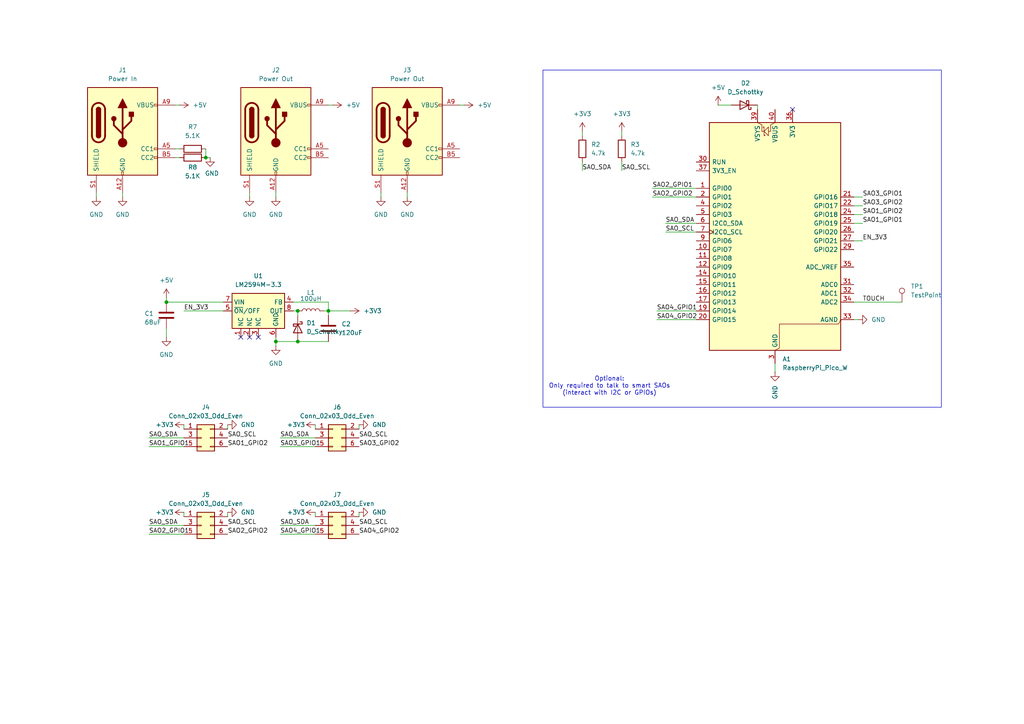
<source format=kicad_sch>
(kicad_sch (version 20250114) (generator "eeschema") (generator_version "9.0")
  (paper "A4")
  (lib_symbols
    (symbol "Connector:TestPoint" (pin_numbers (hide yes)) (pin_names (offset 0.762) (hide yes))
      (property "Reference" "TP" (at 0 6.858 0))
      (property "Value" "TestPoint" (at 0 5.08 0))
      (symbol "TestPoint_0_1"
        (circle (center 0 3.302) (radius 0.762))
      )
      (symbol "TestPoint_1_1"
        (pin passive line (at 0 0 90) (length 2.54) (name "1") (number "1"))
      )
    )
    (symbol "Connector:USB_C_Receptacle_PowerOnly_6P" (pin_names (offset 1.016))
      (property "Reference" "J" (at 0 16.51 0))
      (property "Value" "USB_C_Receptacle_PowerOnly_6P" (at 0 13.97 0))
      (symbol "USB_C_Receptacle_PowerOnly_6P_0_0"
        (rectangle (start -0.254 -12.7) (end 0.254 -11.684))
        (rectangle (start 10.16 7.874) (end 9.144 7.366))
        (rectangle (start 10.16 -4.826) (end 9.144 -5.334))
        (rectangle (start 10.16 -7.366) (end 9.144 -7.874))
      )
      (symbol "USB_C_Receptacle_PowerOnly_6P_0_1"
        (rectangle (start -10.16 12.7) (end 10.16 -12.7) (stroke (width 0.254)) (fill (type background)))
        (polyline (pts (xy -8.89 -1.27) (xy -8.89 6.35)) (stroke (width 0.508)))
        (rectangle (start -7.62 -1.27) (end -6.35 6.35) (stroke (width 0.254)) (fill (type outline)))
        (arc (start -7.62 6.35) (mid -6.985 6.9823) (end -6.35 6.35) (stroke (width 0.254)))
        (arc (start -7.62 6.35) (mid -6.985 6.9823) (end -6.35 6.35) (stroke (width 0.254)) (fill (type outline)))
        (arc (start -8.89 6.35) (mid -6.985 8.2467) (end -5.08 6.35) (stroke (width 0.508)))
        (arc (start -5.08 -1.27) (mid -6.985 -3.1667) (end -8.89 -1.27) (stroke (width 0.508)))
        (arc (start -6.35 -1.27) (mid -6.985 -1.9023) (end -7.62 -1.27) (stroke (width 0.254)))
        (arc (start -6.35 -1.27) (mid -6.985 -1.9023) (end -7.62 -1.27) (stroke (width 0.254)) (fill (type outline)))
        (polyline (pts (xy -5.08 6.35) (xy -5.08 -1.27)) (stroke (width 0.508)))
        (circle (center -2.54 3.683) (radius 0.635) (stroke (width 0.254)) (fill (type outline)))
        (polyline (pts (xy -1.27 6.858) (xy 0 9.398) (xy 1.27 6.858) (xy -1.27 6.858)) (stroke (width 0.254)) (fill (type outline)))
        (polyline (pts (xy 0 0.508) (xy 2.54 3.048) (xy 2.54 4.318)) (stroke (width 0.508)))
        (polyline (pts (xy 0 -0.762) (xy -2.54 1.778) (xy -2.54 3.048)) (stroke (width 0.508)))
        (polyline (pts (xy 0 -3.302) (xy 0 6.858)) (stroke (width 0.508)))
        (circle (center 0 -3.302) (radius 1.27) (fill (type outline)))
        (rectangle (start 1.905 4.318) (end 3.175 5.588) (stroke (width 0.254)) (fill (type outline)))
      )
      (symbol "USB_C_Receptacle_PowerOnly_6P_1_1"
        (pin passive line (at -7.62 -17.78 90) (length 5.08) (name "SHIELD") (number "S1"))
        (pin passive line (at 0 -17.78 90) (length 5.08) (name "GND") (number "A12"))
        (pin passive line (at 0 -17.78 90) (length 5.08) (hide yes) (name "GND") (number "B12"))
        (pin passive line (at 15.24 7.62 180) (length 5.08) (name "VBUS") (number "A9"))
        (pin passive line (at 15.24 7.62 180) (length 5.08) (hide yes) (name "VBUS") (number "B9"))
        (pin bidirectional line (at 15.24 -5.08 180) (length 5.08) (name "CC1") (number "A5"))
        (pin bidirectional line (at 15.24 -7.62 180) (length 5.08) (name "CC2") (number "B5"))
      )
    )
    (symbol "Connector_Generic:Conn_02x03_Odd_Even" (pin_names (offset 1.016) (hide yes))
      (property "Reference" "J" (at 1.27 5.08 0))
      (property "Value" "Conn_02x03_Odd_Even" (at 1.27 -5.08 0))
      (symbol "Conn_02x03_Odd_Even_1_1"
        (rectangle (start -1.27 3.81) (end 3.81 -3.81) (stroke (width 0.254)) (fill (type background)))
        (rectangle (start -1.27 2.667) (end 0 2.413) (stroke (width 0.1524)))
        (rectangle (start -1.27 0.127) (end 0 -0.127) (stroke (width 0.1524)))
        (rectangle (start -1.27 -2.413) (end 0 -2.667) (stroke (width 0.1524)))
        (rectangle (start 3.81 2.667) (end 2.54 2.413) (stroke (width 0.1524)))
        (rectangle (start 3.81 0.127) (end 2.54 -0.127) (stroke (width 0.1524)))
        (rectangle (start 3.81 -2.413) (end 2.54 -2.667) (stroke (width 0.1524)))
        (pin passive line (at -5.08 2.54 0) (length 3.81) (name "Pin_1") (number "1"))
        (pin passive line (at -5.08 0 0) (length 3.81) (name "Pin_3") (number "3"))
        (pin passive line (at -5.08 -2.54 0) (length 3.81) (name "Pin_5") (number "5"))
        (pin passive line (at 7.62 2.54 180) (length 3.81) (name "Pin_2") (number "2"))
        (pin passive line (at 7.62 0 180) (length 3.81) (name "Pin_4") (number "4"))
        (pin passive line (at 7.62 -2.54 180) (length 3.81) (name "Pin_6") (number "6"))
      )
    )
    (symbol "Device:C" (pin_numbers (hide yes)) (pin_names (offset 0.254))
      (property "Reference" "C" (at 0.635 2.54 0))
      (property "Value" "C" (at 0.635 -2.54 0))
      (symbol "C_0_1"
        (polyline (pts (xy -2.032 0.762) (xy 2.032 0.762)) (stroke (width 0.508)))
        (polyline (pts (xy -2.032 -0.762) (xy 2.032 -0.762)) (stroke (width 0.508)))
      )
      (symbol "C_1_1"
        (pin passive line (at 0 3.81 270) (length 2.794) (name "~") (number "1"))
        (pin passive line (at 0 -3.81 90) (length 2.794) (name "~") (number "2"))
      )
    )
    (symbol "Device:D_Schottky" (pin_numbers (hide yes)) (pin_names (offset 1.016) (hide yes))
      (property "Reference" "D" (at 0 2.54 0))
      (property "Value" "D_Schottky" (at 0 -2.54 0))
      (symbol "D_Schottky_0_1"
        (polyline (pts (xy -1.905 0.635) (xy -1.905 1.27) (xy -1.27 1.27) (xy -1.27 -1.27) (xy -0.635 -1.27) (xy -0.635 -0.635)) (stroke (width 0.254)))
        (polyline (pts (xy 1.27 1.27) (xy 1.27 -1.27) (xy -1.27 0) (xy 1.27 1.27)) (stroke (width 0.254)))
        (polyline (pts (xy 1.27 0) (xy -1.27 0)))
      )
      (symbol "D_Schottky_1_1"
        (pin passive line (at -3.81 0 0) (length 2.54) (name "K") (number "1"))
        (pin passive line (at 3.81 0 180) (length 2.54) (name "A") (number "2"))
      )
    )
    (symbol "Device:L" (pin_numbers (hide yes)) (pin_names (offset 1.016) (hide yes))
      (property "Reference" "L" (at -1.27 0 90))
      (property "Value" "L" (at 1.905 0 90))
      (symbol "L_0_1"
        (arc (start 0 2.54) (mid 0.6323 1.905) (end 0 1.27))
        (arc (start 0 1.27) (mid 0.6323 0.635) (end 0 0))
        (arc (start 0 0) (mid 0.6323 -0.635) (end 0 -1.27))
        (arc (start 0 -1.27) (mid 0.6323 -1.905) (end 0 -2.54))
      )
      (symbol "L_1_1"
        (pin passive line (at 0 3.81 270) (length 1.27) (name "1") (number "1"))
        (pin passive line (at 0 -3.81 90) (length 1.27) (name "2") (number "2"))
      )
    )
    (symbol "Device:R" (pin_numbers (hide yes)) (pin_names (offset 0))
      (property "Reference" "R" (at 2.032 0 90))
      (property "Value" "R" (at 0 0 90))
      (symbol "R_0_1"
        (rectangle (start -1.016 -2.54) (end 1.016 2.54) (stroke (width 0.254)))
      )
      (symbol "R_1_1"
        (pin passive line (at 0 3.81 270) (length 1.27) (name "~") (number "1"))
        (pin passive line (at 0 -3.81 90) (length 1.27) (name "~") (number "2"))
      )
    )
    (symbol "MCU_Module:RaspberryPi_Pico_W" (pin_names (offset 0.762))
      (property "Reference" "A" (at -19.05 35.56 0))
      (property "Value" "RaspberryPi_Pico_W" (at 7.62 35.56 0))
      (symbol "RaspberryPi_Pico_W_0_1"
        (rectangle (start -19.05 34.29) (end 19.05 -31.75) (stroke (width 0.254)) (fill (type background)))
        (polyline (pts (xy -5.08 34.29) (xy -3.81 33.655) (xy -3.81 31.75) (xy -3.175 31.75)))
        (polyline (pts (xy -3.429 32.766) (xy -3.429 33.02) (xy -3.175 33.02) (xy -3.175 30.48) (xy -2.921 30.48) (xy -2.921 30.734)))
        (polyline (pts (xy -3.175 31.75) (xy -1.905 33.02) (xy -1.905 30.48) (xy -3.175 31.75)))
        (polyline (pts (xy 0 34.29) (xy -1.27 33.655) (xy -1.27 31.75) (xy -1.905 31.75)))
        (polyline (pts (xy 0 -31.75) (xy 1.27 -31.115) (xy 1.27 -24.13) (xy 18.415 -24.13) (xy 19.05 -22.86)))
      )
      (symbol "RaspberryPi_Pico_W_1_1"
        (pin passive line (at -22.86 22.86 0) (length 3.81) (name "RUN") (number "30"))
        (pin passive line (at -22.86 20.32 0) (length 3.81) (name "3V3_EN") (number "37"))
        (pin bidirectional line (at -22.86 15.24 0) (length 3.81) (name "GPIO0") (number "1") (alternate "" input line) (alternate "I2C0_SDA" bidirectional line))
        (pin bidirectional line (at -22.86 12.7 0) (length 3.81) (name "GPIO1") (number "2") (alternate "" input line) (alternate "I2C0_SCL" bidirectional clock))
        (pin bidirectional line (at -22.86 10.16 0) (length 3.81) (name "GPIO2") (number "4"))
        (pin bidirectional line (at -22.86 7.62 0) (length 3.81) (name "GPIO3") (number "5"))
        (pin bidirectional line (at -22.86 5.08 0) (length 3.81) (name "GPIO4") (number "6") (alternate "I2C0_SDA" bidirectional line))
        (pin bidirectional line (at -22.86 2.54 0) (length 3.81) (name "GPIO5") (number "7") (alternate "I2C0_SCL" bidirectional clock))
        (pin bidirectional line (at -22.86 0 0) (length 3.81) (name "GPIO6") (number "9"))
        (pin bidirectional line (at -22.86 -2.54 0) (length 3.81) (name "GPIO7") (number "10"))
        (pin bidirectional line (at -22.86 -5.08 0) (length 3.81) (name "GPIO8") (number "11") (alternate "I2C0_SDA" bidirectional line))
        (pin bidirectional line (at -22.86 -7.62 0) (length 3.81) (name "GPIO9") (number "12") (alternate "I2C0_SCL" bidirectional clock))
        (pin bidirectional line (at -22.86 -10.16 0) (length 3.81) (name "GPIO10") (number "14"))
        (pin bidirectional line (at -22.86 -12.7 0) (length 3.81) (name "GPIO11") (number "15"))
        (pin bidirectional line (at -22.86 -15.24 0) (length 3.81) (name "GPIO12") (number "16") (alternate "I2C0_SDA" bidirectional line))
        (pin bidirectional line (at -22.86 -17.78 0) (length 3.81) (name "GPIO13") (number "17") (alternate "I2C0_SCL" bidirectional clock))
        (pin bidirectional line (at -22.86 -20.32 0) (length 3.81) (name "GPIO14") (number "19"))
        (pin bidirectional line (at -22.86 -22.86 0) (length 3.81) (name "GPIO15") (number "20"))
        (pin power_in line (at -5.08 38.1 270) (length 3.81) (name "VSYS") (number "39"))
        (pin power_out line (at 0 38.1 270) (length 3.81) (name "VBUS") (number "40"))
        (pin passive line (at 0 -35.56 90) (length 3.81) (hide yes) (name "GND") (number "13"))
        (pin passive line (at 0 -35.56 90) (length 3.81) (hide yes) (name "GND") (number "18"))
        (pin passive line (at 0 -35.56 90) (length 3.81) (hide yes) (name "GND") (number "23"))
        (pin passive line (at 0 -35.56 90) (length 3.81) (hide yes) (name "GND") (number "28"))
        (pin power_out line (at 0 -35.56 90) (length 3.81) (name "GND") (number "3"))
        (pin passive line (at 0 -35.56 90) (length 3.81) (hide yes) (name "GND") (number "38"))
        (pin passive line (at 0 -35.56 90) (length 3.81) (hide yes) (name "GND") (number "8"))
        (pin power_out line (at 5.08 38.1 270) (length 3.81) (name "3V3") (number "36"))
        (pin bidirectional line (at 22.86 12.7 180) (length 3.81) (name "GPIO16") (number "21") (alternate "I2C0_SDA" bidirectional line))
        (pin bidirectional line (at 22.86 10.16 180) (length 3.81) (name "GPIO17") (number "22") (alternate "I2C0_SCL" bidirectional clock))
        (pin bidirectional line (at 22.86 7.62 180) (length 3.81) (name "GPIO18") (number "24"))
        (pin bidirectional line (at 22.86 5.08 180) (length 3.81) (name "GPIO19") (number "25"))
        (pin bidirectional line (at 22.86 2.54 180) (length 3.81) (name "GPIO20") (number "26") (alternate "I2C0_SDA" bidirectional line))
        (pin bidirectional line (at 22.86 0 180) (length 3.81) (name "GPIO21") (number "27") (alternate "I2C0_SCL" bidirectional clock))
        (pin bidirectional line (at 22.86 -2.54 180) (length 3.81) (name "GPIO22") (number "29"))
        (pin power_in line (at 22.86 -7.62 180) (length 3.81) (name "ADC_VREF") (number "35"))
        (pin bidirectional line (at 22.86 -12.7 180) (length 3.81) (name "GPIO26_ADC0") (number "31") (alternate "ADC0" input line))
        (pin bidirectional line (at 22.86 -15.24 180) (length 3.81) (name "GPIO27_ADC1") (number "32") (alternate "ADC1" input line))
        (pin bidirectional line (at 22.86 -17.78 180) (length 3.81) (name "GPIO28_ADC2") (number "34") (alternate "ADC2" input line) (alternate "I2C0_SDA" bidirectional line))
        (pin power_out line (at 22.86 -22.86 180) (length 3.81) (name "AGND") (number "33"))
      )
    )
    (symbol "Regulator_Switching:LM2594M-3.3"
      (property "Reference" "U" (at -7.62 6.35 0))
      (property "Value" "LM2594M-3.3" (at 0 6.35 0))
      (symbol "LM2594M-3.3_0_1"
        (rectangle (start -7.62 5.08) (end 7.62 -5.08) (stroke (width 0.254)) (fill (type background)))
      )
      (symbol "LM2594M-3.3_1_1"
        (pin power_in line (at -10.16 2.54 0) (length 2.54) (name "VIN") (number "7"))
        (pin input line (at -10.16 0 0) (length 2.54) (name "~{ON}/OFF") (number "5"))
        (pin passive line (at -5.08 -7.62 90) (length 2.54) (name "NC") (number "1"))
        (pin passive line (at -2.54 -7.62 90) (length 2.54) (name "NC") (number "2"))
        (pin passive line (at 0 -7.62 90) (length 2.54) (name "NC") (number "3"))
        (pin power_in line (at 5.08 -7.62 90) (length 2.54) (name "GND") (number "6"))
        (pin input line (at 10.16 2.54 180) (length 2.54) (name "FB") (number "4"))
        (pin output line (at 10.16 0 180) (length 2.54) (name "OUT") (number "8"))
      )
    )
    (symbol "power:+3.3V" (power) (pin_numbers (hide yes)) (pin_names (offset 0) (hide yes))
      (property "Value" "+3.3V" (at 0 3.556 0))
      (symbol "+3.3V_0_1"
        (polyline (pts (xy -0.762 1.27) (xy 0 2.54)))
        (polyline (pts (xy 0 2.54) (xy 0.762 1.27)))
        (polyline (pts (xy 0 0) (xy 0 2.54)))
      )
      (symbol "+3.3V_1_1"
        (pin power_in line (at 0 0 90) (length 0) (name "~") (number "1"))
      )
    )
    (symbol "power:+5V" (power) (pin_numbers (hide yes)) (pin_names (offset 0) (hide yes))
      (property "Value" "+5V" (at 0 3.556 0))
      (symbol "+5V_0_1"
        (polyline (pts (xy -0.762 1.27) (xy 0 2.54)))
        (polyline (pts (xy 0 2.54) (xy 0.762 1.27)))
        (polyline (pts (xy 0 0) (xy 0 2.54)))
      )
      (symbol "+5V_1_1"
        (pin power_in line (at 0 0 90) (length 0) (name "~") (number "1"))
      )
    )
    (symbol "power:GND" (power) (pin_numbers (hide yes)) (pin_names (offset 0) (hide yes))
      (property "Value" "GND" (at 0 -3.81 0))
      (symbol "GND_0_1"
        (polyline (pts (xy 0 0) (xy 0 -1.27) (xy 1.27 -1.27) (xy 0 -2.54) (xy -1.27 -1.27) (xy 0 -1.27)))
      )
      (symbol "GND_1_1"
        (pin power_in line (at 0 0 270) (length 0) (name "~") (number "1"))
      )
    )
    (symbol "power:VCC" (power) (pin_numbers (hide yes)) (pin_names (offset 0) (hide yes))
      (property "Value" "VCC" (at 0 3.556 0))
      (symbol "VCC_0_1"
        (polyline (pts (xy -0.762 1.27) (xy 0 2.54)))
        (polyline (pts (xy 0 2.54) (xy 0.762 1.27)))
        (polyline (pts (xy 0 0) (xy 0 2.54)))
      )
      (symbol "VCC_1_1"
        (pin power_in line (at 0 0 90) (length 0) (name "~") (number "1"))
      )
    )
  )
  (rectangle (start 157.48 20.32) (end 273.05 118.11))
  (text "Optional:\nOnly required to talk to smart SAOs\n(interact with I2C or GPIOs)" (at 176.784 112.014 0) (effects (font (size 1.27 1.27))))
  (junction (at 59.69 45.72))
  (junction (at 86.36 99.06))
  (junction (at 86.36 90.17))
  (junction (at 48.26 87.63))
  (junction (at 95.25 90.17))
  (junction (at 80.01 99.06))
  (no_connect (at 74.93 97.79))
  (no_connect (at 69.85 97.79))
  (no_connect (at 229.87 31.75))
  (no_connect (at 72.39 97.79))
  (wire (pts (xy 250.19 57.15) (xy 247.65 57.15)))
  (wire (pts (xy 248.92 92.71) (xy 247.65 92.71)))
  (wire (pts (xy 86.36 99.06) (xy 95.25 99.06)))
  (wire (pts (xy 72.39 57.15) (xy 72.39 55.88)))
  (wire (pts (xy 95.25 87.63) (xy 95.25 90.17)))
  (wire (pts (xy 224.79 107.95) (xy 224.79 105.41)))
  (wire (pts (xy 66.04 123.19) (xy 66.04 124.46)))
  (wire (pts (xy 219.71 30.48) (xy 219.71 31.75)))
  (wire (pts (xy 247.65 62.23) (xy 250.19 62.23)))
  (wire (pts (xy 52.07 45.72) (xy 50.8 45.72)))
  (wire (pts (xy 104.14 148.59) (xy 104.14 149.86)))
  (wire (pts (xy 189.23 57.15) (xy 201.93 57.15)))
  (wire (pts (xy 168.91 38.1) (xy 168.91 39.37)))
  (wire (pts (xy 190.5 90.17) (xy 201.93 90.17)))
  (wire (pts (xy 250.19 69.85) (xy 247.65 69.85)))
  (wire (pts (xy 247.65 64.77) (xy 250.19 64.77)))
  (wire (pts (xy 53.34 123.19) (xy 53.34 124.46)))
  (wire (pts (xy 81.28 152.4) (xy 91.44 152.4)))
  (wire (pts (xy 43.18 127) (xy 53.34 127)))
  (wire (pts (xy 48.26 86.36) (xy 48.26 87.63)))
  (wire (pts (xy 95.25 90.17) (xy 93.98 90.17)))
  (wire (pts (xy 190.5 92.71) (xy 201.93 92.71)))
  (wire (pts (xy 91.44 148.59) (xy 91.44 149.86)))
  (wire (pts (xy 193.04 67.31) (xy 201.93 67.31)))
  (wire (pts (xy 80.01 57.15) (xy 80.01 55.88)))
  (wire (pts (xy 80.01 99.06) (xy 86.36 99.06)))
  (wire (pts (xy 81.28 127) (xy 91.44 127)))
  (wire (pts (xy 43.18 152.4) (xy 53.34 152.4)))
  (wire (pts (xy 95.25 91.44) (xy 95.25 90.17)))
  (wire (pts (xy 27.94 57.15) (xy 27.94 55.88)))
  (wire (pts (xy 118.11 57.15) (xy 118.11 55.88)))
  (wire (pts (xy 168.91 49.53) (xy 168.91 46.99)))
  (wire (pts (xy 250.19 59.69) (xy 247.65 59.69)))
  (wire (pts (xy 208.28 30.48) (xy 212.09 30.48)))
  (wire (pts (xy 48.26 87.63) (xy 64.77 87.63)))
  (wire (pts (xy 35.56 57.15) (xy 35.56 55.88)))
  (wire (pts (xy 43.18 129.54) (xy 53.34 129.54)))
  (wire (pts (xy 81.28 129.54) (xy 91.44 129.54)))
  (wire (pts (xy 60.96 45.72) (xy 59.69 45.72)))
  (wire (pts (xy 134.62 30.48) (xy 133.35 30.48)))
  (wire (pts (xy 85.09 87.63) (xy 95.25 87.63)))
  (wire (pts (xy 59.69 43.18) (xy 59.69 45.72)))
  (wire (pts (xy 104.14 123.19) (xy 104.14 124.46)))
  (wire (pts (xy 53.34 148.59) (xy 53.34 149.86)))
  (wire (pts (xy 110.49 57.15) (xy 110.49 55.88)))
  (wire (pts (xy 80.01 99.06) (xy 80.01 97.79)))
  (wire (pts (xy 91.44 123.19) (xy 91.44 124.46)))
  (wire (pts (xy 180.34 49.53) (xy 180.34 46.99)))
  (wire (pts (xy 52.07 43.18) (xy 50.8 43.18)))
  (wire (pts (xy 81.28 154.94) (xy 91.44 154.94)))
  (wire (pts (xy 80.01 100.33) (xy 80.01 99.06)))
  (wire (pts (xy 86.36 90.17) (xy 86.36 91.44)))
  (wire (pts (xy 48.26 97.79) (xy 48.26 95.25)))
  (wire (pts (xy 96.52 30.48) (xy 95.25 30.48)))
  (wire (pts (xy 86.36 90.17) (xy 85.09 90.17)))
  (wire (pts (xy 43.18 154.94) (xy 53.34 154.94)))
  (wire (pts (xy 193.04 64.77) (xy 201.93 64.77)))
  (wire (pts (xy 52.07 30.48) (xy 50.8 30.48)))
  (wire (pts (xy 180.34 38.1) (xy 180.34 39.37)))
  (wire (pts (xy 53.34 90.17) (xy 64.77 90.17)))
  (wire (pts (xy 66.04 148.59) (xy 66.04 149.86)))
  (wire (pts (xy 189.23 54.61) (xy 201.93 54.61)))
  (wire (pts (xy 101.6 90.17) (xy 95.25 90.17)))
  (wire (pts (xy 247.65 87.63) (xy 261.62 87.63)))
  (label "SAO2_GPIO1" (at 43.18 154.94 0))
  (label "TOUCH" (at 250.19 87.63 0))
  (label "SAO_SCL" (at 104.14 127 0))
  (label "SAO2_GPIO2" (at 66.04 154.94 0))
  (label "SAO_SCL" (at 180.34 49.53 0))
  (label "SAO_SDA" (at 43.18 127 0))
  (label "SAO_SCL" (at 104.14 152.4 0))
  (label "SAO_SDA" (at 81.28 152.4 0))
  (label "SAO4_GPIO2" (at 190.5 92.71 0))
  (label "SAO_SDA" (at 43.18 152.4 0))
  (label "SAO1_GPIO2" (at 250.19 62.23 0))
  (label "SAO3_GPIO2" (at 250.19 59.69 0))
  (label "SAO2_GPIO1" (at 189.23 54.61 0))
  (label "SAO3_GPIO2" (at 104.14 129.54 0))
  (label "SAO_SDA" (at 81.28 127 0))
  (label "SAO_SCL" (at 66.04 152.4 0))
  (label "SAO4_GPIO1" (at 190.5 90.17 0))
  (label "SAO1_GPIO1" (at 250.19 64.77 0))
  (label "SAO1_GPIO2" (at 66.04 129.54 0))
  (label "SAO3_GPIO1" (at 250.19 57.15 0))
  (label "SAO2_GPIO2" (at 189.23 57.15 0))
  (label "EN_3V3" (at 53.34 90.17 0))
  (label "SAO_SDA" (at 168.91 49.53 0))
  (label "SAO_SCL" (at 193.04 67.31 0))
  (label "SAO3_GPIO1" (at 81.28 129.54 0))
  (label "SAO1_GPIO1" (at 43.18 129.54 0))
  (label "SAO_SDA" (at 193.04 64.77 0))
  (label "SAO4_GPIO2" (at 104.14 154.94 0))
  (label "SAO_SCL" (at 66.04 127 0))
  (label "SAO4_GPIO1" (at 81.28 154.94 0))
  (label "EN_3V3" (at 250.19 69.85 0))
  (symbol (lib_id "Connector:USB_C_Receptacle_PowerOnly_6P") (at 118.11 38.1 0) (unit 1)
    (property "Reference" "J3" (at 118.11 20.32 0))
    (property "Value" "Power Out" (at 118.11 22.86 0))
    (property "Footprint" "Connector_USB:USB_C_Receptacle_GCT_USB4125-xx-x_6P_TopMnt_Horizontal" (effects (hide yes)))
    (property "Datasheet" "https://www.usb.org/sites/default/files/documents/usb_type-c.zip" (effects (hide yes)))
    (property "Description" "USB Power-Only 6P Type-C Receptacle connector" (effects (hide yes)))
  )
  (symbol (lib_id "Device:R") (at 55.88 45.72 270) (unit 1)
    (property "Reference" "R8" (at 55.88 48.514 90))
    (property "Value" "5.1K" (at 55.88 51.054 90))
    (property "Footprint" "Resistor_SMD:R_0805_2012Metric_Pad1.20x1.40mm_HandSolder" (effects (hide yes)))
    (property "Description" "Resistor" (effects (hide yes)))
  )
  (symbol (lib_id "power:+5V") (at 208.28 30.48 0) (unit 1)
    (property "Reference" "#PWR037" (effects (hide yes)))
    (property "Value" "+5V" (at 208.28 25.4 0))
    (property "Description" "Power symbol creates a global label with name \"+5V\"" (effects (hide yes)))
  )
  (symbol (lib_id "power:GND") (at 35.56 57.15 0) (unit 1)
    (property "Reference" "#PWR030" (effects (hide yes)))
    (property "Value" "GND" (at 35.56 62.23 0))
    (property "Description" "Power symbol creates a global label with name \"GND\" , ground" (effects (hide yes)))
  )
  (symbol (lib_id "Connector:TestPoint") (at 261.62 87.63 0) (unit 1)
    (property "Reference" "TP1" (at 264.16 83.0579 0) (effects (justify left)))
    (property "Value" "TestPoint" (at 264.16 85.5979 0) (effects (justify left)))
    (property "Footprint" "TestPoint:TestPoint_Pad_D4.0mm" (effects (hide yes)))
    (property "Description" "test point" (effects (hide yes)))
  )
  (symbol (lib_id "power:GND") (at 80.01 100.33 0) (unit 1)
    (property "Reference" "#PWR023" (effects (hide yes)))
    (property "Value" "GND" (at 80.01 105.41 0))
    (property "Description" "Power symbol creates a global label with name \"GND\" , ground" (effects (hide yes)))
  )
  (symbol (lib_id "Device:R") (at 180.34 43.18 0) (unit 1)
    (property "Reference" "R3" (at 182.88 41.9099 0) (effects (justify left)))
    (property "Value" "4.7k" (at 182.88 44.4499 0) (effects (justify left)))
    (property "Footprint" "Resistor_SMD:R_0805_2012Metric_Pad1.20x1.40mm_HandSolder" (effects (hide yes)))
    (property "Description" "Resistor" (effects (hide yes)))
  )
  (symbol (lib_id "power:+5V") (at 134.62 30.48 270) (unit 1)
    (property "Reference" "#PWR029" (effects (hide yes)))
    (property "Value" "+5V" (at 138.43 30.4799 90) (effects (justify left)))
    (property "Description" "Power symbol creates a global label with name \"+5V\"" (effects (hide yes)))
  )
  (symbol (lib_id "power:VCC") (at 101.6 90.17 270) (unit 1)
    (property "Reference" "#PWR025" (effects (hide yes)))
    (property "Value" "+3V3" (at 105.41 90.1699 90) (effects (justify left)))
    (property "Description" "Power symbol creates a global label with name \"VCC\"" (effects (hide yes)))
  )
  (symbol (lib_id "power:GND") (at 66.04 123.19 90) (unit 1)
    (property "Reference" "#PWR03" (effects (hide yes)))
    (property "Value" "GND" (at 69.85 123.1901 90) (effects (justify right)))
    (property "Description" "Power symbol creates a global label with name \"GND\" , ground" (effects (hide yes)))
  )
  (symbol (lib_id "power:+5V") (at 52.07 30.48 270) (unit 1)
    (property "Reference" "#PWR020" (effects (hide yes)))
    (property "Value" "+5V" (at 55.88 30.4799 90) (effects (justify left)))
    (property "Description" "Power symbol creates a global label with name \"+5V\"" (effects (hide yes)))
  )
  (symbol (lib_id "Connector_Generic:Conn_02x03_Odd_Even") (at 96.52 152.4 0) (unit 1)
    (property "Reference" "J7" (at 97.79 143.51 0))
    (property "Value" "Conn_02x03_Odd_Even" (at 97.79 146.05 0))
    (property "Footprint" "Connector_PinSocket_2.54mm:PinSocket_2x03_P2.54mm_Vertical" (effects (hide yes)))
    (property "Description" "Generic connector, double row, 02x03, odd/even pin numbering scheme (row 1 odd numbers, row 2 even numbers), script generated (kicad-library-utils/schlib/autogen/connector/)" (effects (hide yes)))
  )
  (symbol (lib_id "Device:C") (at 48.26 91.44 0) (unit 1)
    (property "Reference" "C1" (at 41.91 90.932 0) (effects (justify left)))
    (property "Value" "68uF" (at 41.91 93.472 0) (effects (justify left)))
    (property "Footprint" "Capacitor_SMD:C_0805_2012Metric_Pad1.18x1.45mm_HandSolder" (effects (hide yes)))
    (property "Description" "Unpolarized capacitor" (effects (hide yes)))
  )
  (symbol (lib_id "Connector_Generic:Conn_02x03_Odd_Even") (at 58.42 152.4 0) (unit 1)
    (property "Reference" "J5" (at 59.69 143.51 0))
    (property "Value" "Conn_02x03_Odd_Even" (at 59.69 146.05 0))
    (property "Footprint" "Connector_PinSocket_2.54mm:PinSocket_2x03_P2.54mm_Vertical" (effects (hide yes)))
    (property "Description" "Generic connector, double row, 02x03, odd/even pin numbering scheme (row 1 odd numbers, row 2 even numbers), script generated (kicad-library-utils/schlib/autogen/connector/)" (effects (hide yes)))
  )
  (symbol (lib_id "power:GND") (at 66.04 148.59 90) (unit 1)
    (property "Reference" "#PWR04" (effects (hide yes)))
    (property "Value" "GND" (at 69.85 148.5901 90) (effects (justify right)))
    (property "Description" "Power symbol creates a global label with name \"GND\" , ground" (effects (hide yes)))
  )
  (symbol (lib_id "Device:R") (at 168.91 43.18 0) (unit 1)
    (property "Reference" "R2" (at 171.45 41.9099 0) (effects (justify left)))
    (property "Value" "4.7k" (at 171.45 44.4499 0) (effects (justify left)))
    (property "Footprint" "Resistor_SMD:R_0805_2012Metric_Pad1.20x1.40mm_HandSolder" (effects (hide yes)))
    (property "Description" "Resistor" (effects (hide yes)))
  )
  (symbol (lib_id "power:VCC") (at 91.44 148.59 90) (unit 1)
    (property "Reference" "#PWR06" (effects (hide yes)))
    (property "Value" "+3V3" (at 85.852 148.59 90))
    (property "Description" "Power symbol creates a global label with name \"VCC\"" (effects (hide yes)))
  )
  (symbol (lib_id "power:GND") (at 80.01 57.15 0) (unit 1)
    (property "Reference" "#PWR031" (effects (hide yes)))
    (property "Value" "GND" (at 80.01 62.23 0))
    (property "Description" "Power symbol creates a global label with name \"GND\" , ground" (effects (hide yes)))
  )
  (symbol (lib_id "Connector_Generic:Conn_02x03_Odd_Even") (at 58.42 127 0) (unit 1)
    (property "Reference" "J4" (at 59.69 118.11 0))
    (property "Value" "Conn_02x03_Odd_Even" (at 59.69 120.65 0))
    (property "Footprint" "Connector_PinSocket_2.54mm:PinSocket_2x03_P2.54mm_Vertical" (effects (hide yes)))
    (property "Description" "Generic connector, double row, 02x03, odd/even pin numbering scheme (row 1 odd numbers, row 2 even numbers), script generated (kicad-library-utils/schlib/autogen/connector/)" (effects (hide yes)))
  )
  (symbol (lib_id "power:GND") (at 104.14 123.19 90) (unit 1)
    (property "Reference" "#PWR07" (effects (hide yes)))
    (property "Value" "GND" (at 107.95 123.1899 90) (effects (justify right)))
    (property "Description" "Power symbol creates a global label with name \"GND\" , ground" (effects (hide yes)))
  )
  (symbol (lib_id "Connector:USB_C_Receptacle_PowerOnly_6P") (at 80.01 38.1 0) (unit 1)
    (property "Reference" "J2" (at 80.01 20.32 0))
    (property "Value" "Power Out" (at 80.01 22.86 0))
    (property "Footprint" "Connector_USB:USB_C_Receptacle_GCT_USB4125-xx-x_6P_TopMnt_Horizontal" (effects (hide yes)))
    (property "Datasheet" "https://www.usb.org/sites/default/files/documents/usb_type-c.zip" (effects (hide yes)))
    (property "Description" "USB Power-Only 6P Type-C Receptacle connector" (effects (hide yes)))
  )
  (symbol (lib_id "Connector_Generic:Conn_02x03_Odd_Even") (at 96.52 127 0) (unit 1)
    (property "Reference" "J6" (at 97.79 118.11 0))
    (property "Value" "Conn_02x03_Odd_Even" (at 97.79 120.65 0))
    (property "Footprint" "Connector_PinSocket_2.54mm:PinSocket_2x03_P2.54mm_Vertical" (effects (hide yes)))
    (property "Description" "Generic connector, double row, 02x03, odd/even pin numbering scheme (row 1 odd numbers, row 2 even numbers), script generated (kicad-library-utils/schlib/autogen/connector/)" (effects (hide yes)))
  )
  (symbol (lib_id "power:GND") (at 118.11 57.15 0) (unit 1)
    (property "Reference" "#PWR032" (effects (hide yes)))
    (property "Value" "GND" (at 118.11 62.23 0))
    (property "Description" "Power symbol creates a global label with name \"GND\" , ground" (effects (hide yes)))
  )
  (symbol (lib_id "power:GND") (at 60.96 45.72 0) (unit 1)
    (property "Reference" "#PWR036" (effects (hide yes)))
    (property "Value" "GND" (at 61.468 50.292 0))
    (property "Description" "Power symbol creates a global label with name \"GND\" , ground" (effects (hide yes)))
  )
  (symbol (lib_id "power:GND") (at 110.49 57.15 0) (unit 1)
    (property "Reference" "#PWR035" (effects (hide yes)))
    (property "Value" "GND" (at 110.49 62.23 0))
    (property "Description" "Power symbol creates a global label with name \"GND\" , ground" (effects (hide yes)))
  )
  (symbol (lib_id "power:GND") (at 224.79 107.95 0) (unit 1)
    (property "Reference" "#PWR015" (effects (hide yes)))
    (property "Value" "GND" (at 224.7899 111.76 90) (effects (justify right)))
    (property "Description" "Power symbol creates a global label with name \"GND\" , ground" (effects (hide yes)))
  )
  (symbol (lib_id "Device:L") (at 90.17 90.17 90) (unit 1)
    (property "Reference" "L1" (at 90.17 84.836 90))
    (property "Value" "100uH" (at 90.17 86.614 90))
    (property "Footprint" "Inductor_SMD:L_0805_2012Metric_Pad1.05x1.20mm_HandSolder" (effects (hide yes)))
    (property "Description" "Inductor" (effects (hide yes)))
  )
  (symbol (lib_id "power:GND") (at 104.14 148.59 90) (unit 1)
    (property "Reference" "#PWR08" (effects (hide yes)))
    (property "Value" "GND" (at 107.95 148.5899 90) (effects (justify right)))
    (property "Description" "Power symbol creates a global label with name \"GND\" , ground" (effects (hide yes)))
  )
  (symbol (lib_id "power:+5V") (at 96.52 30.48 270) (unit 1)
    (property "Reference" "#PWR026" (effects (hide yes)))
    (property "Value" "+5V" (at 100.33 30.4799 90) (effects (justify left)))
    (property "Description" "Power symbol creates a global label with name \"+5V\"" (effects (hide yes)))
  )
  (symbol (lib_id "power:GND") (at 27.94 57.15 0) (unit 1)
    (property "Reference" "#PWR033" (effects (hide yes)))
    (property "Value" "GND" (at 27.94 62.23 0))
    (property "Description" "Power symbol creates a global label with name \"GND\" , ground" (effects (hide yes)))
  )
  (symbol (lib_id "power:GND") (at 72.39 57.15 0) (unit 1)
    (property "Reference" "#PWR034" (effects (hide yes)))
    (property "Value" "GND" (at 72.39 62.23 0))
    (property "Description" "Power symbol creates a global label with name \"GND\" , ground" (effects (hide yes)))
  )
  (symbol (lib_id "Device:D_Schottky") (at 215.9 30.48 180) (unit 1)
    (property "Reference" "D2" (at 216.2175 24.13 0))
    (property "Value" "D_Schottky" (at 216.2175 26.67 0))
    (property "Footprint" "Diode_SMD:D_0805_2012Metric_Pad1.15x1.40mm_HandSolder" (effects (hide yes)))
    (property "Description" "Schottky diode" (effects (hide yes)))
  )
  (symbol (lib_id "power:VCC") (at 91.44 123.19 90) (unit 1)
    (property "Reference" "#PWR05" (effects (hide yes)))
    (property "Value" "+3V3" (at 85.852 123.19 90))
    (property "Description" "Power symbol creates a global label with name \"VCC\"" (effects (hide yes)))
  )
  (symbol (lib_id "Device:R") (at 55.88 43.18 270) (unit 1)
    (property "Reference" "R7" (at 55.88 36.83 90))
    (property "Value" "5.1K" (at 55.88 39.37 90))
    (property "Footprint" "Resistor_SMD:R_0805_2012Metric_Pad1.20x1.40mm_HandSolder" (effects (hide yes)))
    (property "Description" "Resistor" (effects (hide yes)))
  )
  (symbol (lib_id "power:VCC") (at 53.34 148.59 90) (unit 1)
    (property "Reference" "#PWR02" (effects (hide yes)))
    (property "Value" "+3V3" (at 47.752 148.59 90))
    (property "Description" "Power symbol creates a global label with name \"VCC\"" (effects (hide yes)))
  )
  (symbol (lib_id "power:GND") (at 248.92 92.71 90) (unit 1)
    (property "Reference" "#PWR016" (effects (hide yes)))
    (property "Value" "GND" (at 252.73 92.7101 90) (effects (justify right)))
    (property "Description" "Power symbol creates a global label with name \"GND\" , ground" (effects (hide yes)))
  )
  (symbol (lib_id "power:+5V") (at 48.26 86.36 0) (unit 1)
    (property "Reference" "#PWR013" (effects (hide yes)))
    (property "Value" "+5V" (at 48.26 81.28 0))
    (property "Description" "Power symbol creates a global label with name \"+5V\"" (effects (hide yes)))
  )
  (symbol (lib_id "power:GND") (at 48.26 97.79 0) (unit 1)
    (property "Reference" "#PWR014" (effects (hide yes)))
    (property "Value" "GND" (at 48.26 102.87 0))
    (property "Description" "Power symbol creates a global label with name \"GND\" , ground" (effects (hide yes)))
  )
  (symbol (lib_id "power:+3.3V") (at 180.34 38.1 0) (unit 1)
    (property "Reference" "#PWR018" (effects (hide yes)))
    (property "Value" "+3V3" (at 180.34 33.02 0))
    (property "Description" "Power symbol creates a global label with name \"+3.3V\"" (effects (hide yes)))
  )
  (symbol (lib_id "Device:C") (at 95.25 95.25 0) (unit 1)
    (property "Reference" "C2" (at 99.06 93.9799 0) (effects (justify left)))
    (property "Value" "120uF" (at 99.06 96.5199 0) (effects (justify left)))
    (property "Footprint" "Capacitor_SMD:C_0805_2012Metric_Pad1.18x1.45mm_HandSolder" (effects (hide yes)))
    (property "Description" "Unpolarized capacitor" (effects (hide yes)))
  )
  (symbol (lib_id "power:VCC") (at 53.34 123.19 90) (unit 1)
    (property "Reference" "#PWR01" (effects (hide yes)))
    (property "Value" "+3V3" (at 47.752 123.19 90))
    (property "Description" "Power symbol creates a global label with name \"VCC\"" (effects (hide yes)))
  )
  (symbol (lib_id "power:+3.3V") (at 168.91 38.1 0) (unit 1)
    (property "Reference" "#PWR017" (effects (hide yes)))
    (property "Value" "+3V3" (at 168.91 33.02 0))
    (property "Description" "Power symbol creates a global label with name \"+3.3V\"" (effects (hide yes)))
  )
  (symbol (lib_id "Connector:USB_C_Receptacle_PowerOnly_6P") (at 35.56 38.1 0) (unit 1)
    (property "Reference" "J1" (at 35.56 20.32 0))
    (property "Value" "Power In" (at 35.56 22.86 0))
    (property "Footprint" "Connector_USB:USB_C_Receptacle_GCT_USB4125-xx-x_6P_TopMnt_Horizontal" (effects (hide yes)))
    (property "Datasheet" "https://www.usb.org/sites/default/files/documents/usb_type-c.zip" (effects (hide yes)))
    (property "Description" "USB Power-Only 6P Type-C Receptacle connector" (effects (hide yes)))
  )
  (symbol (lib_id "MCU_Module:RaspberryPi_Pico_W") (at 224.79 69.85 0) (unit 1)
    (property "Reference" "A1" (at 226.9333 104.14 0) (effects (justify left)))
    (property "Value" "RaspberryPi_Pico_W" (at 226.9333 106.68 0) (effects (justify left)))
    (property "Footprint" "Module:RaspberryPi_Pico_W_SMD_HandSolder" (effects (hide yes)))
    (property "Datasheet" "https://datasheets.raspberrypi.com/picow/pico-w-datasheet.pdf" (effects (hide yes)))
    (property "Description" "Versatile and inexpensive wireless microcontroller module powered by RP2040 dual-core Arm Cortex-M0+ processor up to 133 MHz, 264kB SRAM, 2MB QSPI flash, Infineon CYW43439 2.4GHz 802.11n wireless LAN; also supports Raspberry Pi Pico 2 W" (effects (hide yes)))
    (pin "6" (alternate "I2C0_SDA"))
    (pin "1" (alternate "GPIO0"))
    (pin "2" (alternate "GPIO1"))
    (pin "7" (alternate "I2C0_SCL"))
    (pin "34" (alternate "ADC2"))
    (pin "32" (alternate "ADC1"))
    (pin "31" (alternate "ADC0"))
  )
  (symbol (lib_id "Device:D_Schottky") (at 86.36 95.25 270) (unit 1)
    (property "Reference" "D1" (at 88.9 93.6624 90) (effects (justify left)))
    (property "Value" "D_Schottky" (at 88.9 96.2024 90) (effects (justify left)))
    (property "Footprint" "Diode_SMD:D_0805_2012Metric_Pad1.15x1.40mm_HandSolder" (effects (hide yes)))
    (property "Description" "Schottky diode" (effects (hide yes)))
  )
  (symbol (lib_id "Regulator_Switching:LM2594M-3.3") (at 74.93 90.17 0) (unit 1)
    (property "Reference" "U1" (at 74.93 80.01 0))
    (property "Value" "LM2594M-3.3" (at 74.93 82.55 0))
    (property "Footprint" "Package_SO:SOIC-8_3.9x4.9mm_P1.27mm" (effects (hide yes)))
    (property "Datasheet" "http://www.ti.com/lit/ds/symlink/lm2594.pdf" (effects (hide yes)))
    (property "Description" "3.3V, 0.5A SIMPLE SWITCHER® Step-Down Voltage Regulator, Maximum VIN 45V, SOIC-8" (effects (hide yes)))
  )
)
</source>
